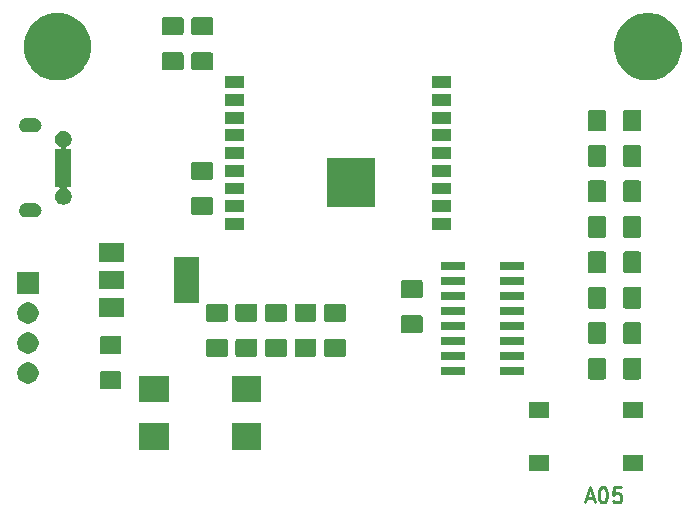
<source format=gbr>
G04 #@! TF.GenerationSoftware,KiCad,Pcbnew,(5.1.6)-1*
G04 #@! TF.CreationDate,2020-10-20T10:42:17+02:00*
G04 #@! TF.ProjectId,8Bit_WiFi_Visualizer,38426974-5f57-4694-9669-5f5669737561,A01*
G04 #@! TF.SameCoordinates,Original*
G04 #@! TF.FileFunction,Soldermask,Top*
G04 #@! TF.FilePolarity,Negative*
%FSLAX46Y46*%
G04 Gerber Fmt 4.6, Leading zero omitted, Abs format (unit mm)*
G04 Created by KiCad (PCBNEW (5.1.6)-1) date 2020-10-20 10:42:17*
%MOMM*%
%LPD*%
G01*
G04 APERTURE LIST*
%ADD10C,0.250000*%
%ADD11C,0.100000*%
G04 APERTURE END LIST*
D10*
X49761904Y-43208333D02*
X50357142Y-43208333D01*
X49642857Y-43565476D02*
X50059523Y-42315476D01*
X50476190Y-43565476D01*
X51130952Y-42315476D02*
X51250000Y-42315476D01*
X51369047Y-42375000D01*
X51428571Y-42434523D01*
X51488095Y-42553571D01*
X51547619Y-42791666D01*
X51547619Y-43089285D01*
X51488095Y-43327380D01*
X51428571Y-43446428D01*
X51369047Y-43505952D01*
X51250000Y-43565476D01*
X51130952Y-43565476D01*
X51011904Y-43505952D01*
X50952380Y-43446428D01*
X50892857Y-43327380D01*
X50833333Y-43089285D01*
X50833333Y-42791666D01*
X50892857Y-42553571D01*
X50952380Y-42434523D01*
X51011904Y-42375000D01*
X51130952Y-42315476D01*
X52678571Y-42315476D02*
X52083333Y-42315476D01*
X52023809Y-42910714D01*
X52083333Y-42851190D01*
X52202380Y-42791666D01*
X52500000Y-42791666D01*
X52619047Y-42851190D01*
X52678571Y-42910714D01*
X52738095Y-43029761D01*
X52738095Y-43327380D01*
X52678571Y-43446428D01*
X52619047Y-43505952D01*
X52500000Y-43565476D01*
X52202380Y-43565476D01*
X52083333Y-43505952D01*
X52023809Y-43446428D01*
D11*
G36*
X54551000Y-40951000D02*
G01*
X52899000Y-40951000D01*
X52899000Y-39549000D01*
X54551000Y-39549000D01*
X54551000Y-40951000D01*
G37*
G36*
X46601000Y-40951000D02*
G01*
X44949000Y-40951000D01*
X44949000Y-39549000D01*
X46601000Y-39549000D01*
X46601000Y-40951000D01*
G37*
G36*
X22251000Y-39101000D02*
G01*
X19749000Y-39101000D01*
X19749000Y-36899000D01*
X22251000Y-36899000D01*
X22251000Y-39101000D01*
G37*
G36*
X14451000Y-39101000D02*
G01*
X11949000Y-39101000D01*
X11949000Y-36899000D01*
X14451000Y-36899000D01*
X14451000Y-39101000D01*
G37*
G36*
X54551000Y-36451000D02*
G01*
X52899000Y-36451000D01*
X52899000Y-35049000D01*
X54551000Y-35049000D01*
X54551000Y-36451000D01*
G37*
G36*
X46601000Y-36451000D02*
G01*
X44949000Y-36451000D01*
X44949000Y-35049000D01*
X46601000Y-35049000D01*
X46601000Y-36451000D01*
G37*
G36*
X14451000Y-35101000D02*
G01*
X11949000Y-35101000D01*
X11949000Y-32899000D01*
X14451000Y-32899000D01*
X14451000Y-35101000D01*
G37*
G36*
X22251000Y-35101000D02*
G01*
X19749000Y-35101000D01*
X19749000Y-32899000D01*
X22251000Y-32899000D01*
X22251000Y-35101000D01*
G37*
G36*
X10275562Y-32478181D02*
G01*
X10310481Y-32488774D01*
X10342663Y-32505976D01*
X10370873Y-32529127D01*
X10394024Y-32557337D01*
X10411226Y-32589519D01*
X10421819Y-32624438D01*
X10426000Y-32666895D01*
X10426000Y-33808105D01*
X10421819Y-33850562D01*
X10411226Y-33885481D01*
X10394024Y-33917663D01*
X10370873Y-33945873D01*
X10342663Y-33969024D01*
X10310481Y-33986226D01*
X10275562Y-33996819D01*
X10233105Y-34001000D01*
X8766895Y-34001000D01*
X8724438Y-33996819D01*
X8689519Y-33986226D01*
X8657337Y-33969024D01*
X8629127Y-33945873D01*
X8605976Y-33917663D01*
X8588774Y-33885481D01*
X8578181Y-33850562D01*
X8574000Y-33808105D01*
X8574000Y-32666895D01*
X8578181Y-32624438D01*
X8588774Y-32589519D01*
X8605976Y-32557337D01*
X8629127Y-32529127D01*
X8657337Y-32505976D01*
X8689519Y-32488774D01*
X8724438Y-32478181D01*
X8766895Y-32474000D01*
X10233105Y-32474000D01*
X10275562Y-32478181D01*
G37*
G36*
X2613512Y-31723927D02*
G01*
X2762812Y-31753624D01*
X2926784Y-31821544D01*
X3074354Y-31920147D01*
X3199853Y-32045646D01*
X3298456Y-32193216D01*
X3366376Y-32357188D01*
X3401000Y-32531259D01*
X3401000Y-32708741D01*
X3366376Y-32882812D01*
X3298456Y-33046784D01*
X3199853Y-33194354D01*
X3074354Y-33319853D01*
X2926784Y-33418456D01*
X2762812Y-33486376D01*
X2613512Y-33516073D01*
X2588742Y-33521000D01*
X2411258Y-33521000D01*
X2386488Y-33516073D01*
X2237188Y-33486376D01*
X2073216Y-33418456D01*
X1925646Y-33319853D01*
X1800147Y-33194354D01*
X1701544Y-33046784D01*
X1633624Y-32882812D01*
X1599000Y-32708741D01*
X1599000Y-32531259D01*
X1633624Y-32357188D01*
X1701544Y-32193216D01*
X1800147Y-32045646D01*
X1925646Y-31920147D01*
X2073216Y-31821544D01*
X2237188Y-31753624D01*
X2386488Y-31723927D01*
X2411258Y-31719000D01*
X2588742Y-31719000D01*
X2613512Y-31723927D01*
G37*
G36*
X54280562Y-31328181D02*
G01*
X54315481Y-31338774D01*
X54347663Y-31355976D01*
X54375873Y-31379127D01*
X54399024Y-31407337D01*
X54416226Y-31439519D01*
X54426819Y-31474438D01*
X54431000Y-31516895D01*
X54431000Y-32983105D01*
X54426819Y-33025562D01*
X54416226Y-33060481D01*
X54399024Y-33092663D01*
X54375873Y-33120873D01*
X54347663Y-33144024D01*
X54315481Y-33161226D01*
X54280562Y-33171819D01*
X54238105Y-33176000D01*
X53096895Y-33176000D01*
X53054438Y-33171819D01*
X53019519Y-33161226D01*
X52987337Y-33144024D01*
X52959127Y-33120873D01*
X52935976Y-33092663D01*
X52918774Y-33060481D01*
X52908181Y-33025562D01*
X52904000Y-32983105D01*
X52904000Y-31516895D01*
X52908181Y-31474438D01*
X52918774Y-31439519D01*
X52935976Y-31407337D01*
X52959127Y-31379127D01*
X52987337Y-31355976D01*
X53019519Y-31338774D01*
X53054438Y-31328181D01*
X53096895Y-31324000D01*
X54238105Y-31324000D01*
X54280562Y-31328181D01*
G37*
G36*
X51305562Y-31328181D02*
G01*
X51340481Y-31338774D01*
X51372663Y-31355976D01*
X51400873Y-31379127D01*
X51424024Y-31407337D01*
X51441226Y-31439519D01*
X51451819Y-31474438D01*
X51456000Y-31516895D01*
X51456000Y-32983105D01*
X51451819Y-33025562D01*
X51441226Y-33060481D01*
X51424024Y-33092663D01*
X51400873Y-33120873D01*
X51372663Y-33144024D01*
X51340481Y-33161226D01*
X51305562Y-33171819D01*
X51263105Y-33176000D01*
X50121895Y-33176000D01*
X50079438Y-33171819D01*
X50044519Y-33161226D01*
X50012337Y-33144024D01*
X49984127Y-33120873D01*
X49960976Y-33092663D01*
X49943774Y-33060481D01*
X49933181Y-33025562D01*
X49929000Y-32983105D01*
X49929000Y-31516895D01*
X49933181Y-31474438D01*
X49943774Y-31439519D01*
X49960976Y-31407337D01*
X49984127Y-31379127D01*
X50012337Y-31355976D01*
X50044519Y-31338774D01*
X50079438Y-31328181D01*
X50121895Y-31324000D01*
X51263105Y-31324000D01*
X51305562Y-31328181D01*
G37*
G36*
X39459928Y-32096764D02*
G01*
X39481009Y-32103160D01*
X39500445Y-32113548D01*
X39517476Y-32127524D01*
X39531452Y-32144555D01*
X39541840Y-32163991D01*
X39548236Y-32185072D01*
X39551000Y-32213140D01*
X39551000Y-32676860D01*
X39548236Y-32704928D01*
X39541840Y-32726009D01*
X39531452Y-32745445D01*
X39517476Y-32762476D01*
X39500445Y-32776452D01*
X39481009Y-32786840D01*
X39459928Y-32793236D01*
X39431860Y-32796000D01*
X37618140Y-32796000D01*
X37590072Y-32793236D01*
X37568991Y-32786840D01*
X37549555Y-32776452D01*
X37532524Y-32762476D01*
X37518548Y-32745445D01*
X37508160Y-32726009D01*
X37501764Y-32704928D01*
X37499000Y-32676860D01*
X37499000Y-32213140D01*
X37501764Y-32185072D01*
X37508160Y-32163991D01*
X37518548Y-32144555D01*
X37532524Y-32127524D01*
X37549555Y-32113548D01*
X37568991Y-32103160D01*
X37590072Y-32096764D01*
X37618140Y-32094000D01*
X39431860Y-32094000D01*
X39459928Y-32096764D01*
G37*
G36*
X44409928Y-32096764D02*
G01*
X44431009Y-32103160D01*
X44450445Y-32113548D01*
X44467476Y-32127524D01*
X44481452Y-32144555D01*
X44491840Y-32163991D01*
X44498236Y-32185072D01*
X44501000Y-32213140D01*
X44501000Y-32676860D01*
X44498236Y-32704928D01*
X44491840Y-32726009D01*
X44481452Y-32745445D01*
X44467476Y-32762476D01*
X44450445Y-32776452D01*
X44431009Y-32786840D01*
X44409928Y-32793236D01*
X44381860Y-32796000D01*
X42568140Y-32796000D01*
X42540072Y-32793236D01*
X42518991Y-32786840D01*
X42499555Y-32776452D01*
X42482524Y-32762476D01*
X42468548Y-32745445D01*
X42458160Y-32726009D01*
X42451764Y-32704928D01*
X42449000Y-32676860D01*
X42449000Y-32213140D01*
X42451764Y-32185072D01*
X42458160Y-32163991D01*
X42468548Y-32144555D01*
X42482524Y-32127524D01*
X42499555Y-32113548D01*
X42518991Y-32103160D01*
X42540072Y-32096764D01*
X42568140Y-32094000D01*
X44381860Y-32094000D01*
X44409928Y-32096764D01*
G37*
G36*
X44409928Y-30826764D02*
G01*
X44431009Y-30833160D01*
X44450445Y-30843548D01*
X44467476Y-30857524D01*
X44481452Y-30874555D01*
X44491840Y-30893991D01*
X44498236Y-30915072D01*
X44501000Y-30943140D01*
X44501000Y-31406860D01*
X44498236Y-31434928D01*
X44491840Y-31456009D01*
X44481452Y-31475445D01*
X44467476Y-31492476D01*
X44450445Y-31506452D01*
X44431009Y-31516840D01*
X44409928Y-31523236D01*
X44381860Y-31526000D01*
X42568140Y-31526000D01*
X42540072Y-31523236D01*
X42518991Y-31516840D01*
X42499555Y-31506452D01*
X42482524Y-31492476D01*
X42468548Y-31475445D01*
X42458160Y-31456009D01*
X42451764Y-31434928D01*
X42449000Y-31406860D01*
X42449000Y-30943140D01*
X42451764Y-30915072D01*
X42458160Y-30893991D01*
X42468548Y-30874555D01*
X42482524Y-30857524D01*
X42499555Y-30843548D01*
X42518991Y-30833160D01*
X42540072Y-30826764D01*
X42568140Y-30824000D01*
X44381860Y-30824000D01*
X44409928Y-30826764D01*
G37*
G36*
X39459928Y-30826764D02*
G01*
X39481009Y-30833160D01*
X39500445Y-30843548D01*
X39517476Y-30857524D01*
X39531452Y-30874555D01*
X39541840Y-30893991D01*
X39548236Y-30915072D01*
X39551000Y-30943140D01*
X39551000Y-31406860D01*
X39548236Y-31434928D01*
X39541840Y-31456009D01*
X39531452Y-31475445D01*
X39517476Y-31492476D01*
X39500445Y-31506452D01*
X39481009Y-31516840D01*
X39459928Y-31523236D01*
X39431860Y-31526000D01*
X37618140Y-31526000D01*
X37590072Y-31523236D01*
X37568991Y-31516840D01*
X37549555Y-31506452D01*
X37532524Y-31492476D01*
X37518548Y-31475445D01*
X37508160Y-31456009D01*
X37501764Y-31434928D01*
X37499000Y-31406860D01*
X37499000Y-30943140D01*
X37501764Y-30915072D01*
X37508160Y-30893991D01*
X37518548Y-30874555D01*
X37532524Y-30857524D01*
X37549555Y-30843548D01*
X37568991Y-30833160D01*
X37590072Y-30826764D01*
X37618140Y-30824000D01*
X39431860Y-30824000D01*
X39459928Y-30826764D01*
G37*
G36*
X19275562Y-29728181D02*
G01*
X19310481Y-29738774D01*
X19342663Y-29755976D01*
X19370873Y-29779127D01*
X19394024Y-29807337D01*
X19411226Y-29839519D01*
X19421819Y-29874438D01*
X19426000Y-29916895D01*
X19426000Y-31058105D01*
X19421819Y-31100562D01*
X19411226Y-31135481D01*
X19394024Y-31167663D01*
X19370873Y-31195873D01*
X19342663Y-31219024D01*
X19310481Y-31236226D01*
X19275562Y-31246819D01*
X19233105Y-31251000D01*
X17766895Y-31251000D01*
X17724438Y-31246819D01*
X17689519Y-31236226D01*
X17657337Y-31219024D01*
X17629127Y-31195873D01*
X17605976Y-31167663D01*
X17588774Y-31135481D01*
X17578181Y-31100562D01*
X17574000Y-31058105D01*
X17574000Y-29916895D01*
X17578181Y-29874438D01*
X17588774Y-29839519D01*
X17605976Y-29807337D01*
X17629127Y-29779127D01*
X17657337Y-29755976D01*
X17689519Y-29738774D01*
X17724438Y-29728181D01*
X17766895Y-29724000D01*
X19233105Y-29724000D01*
X19275562Y-29728181D01*
G37*
G36*
X29275562Y-29728181D02*
G01*
X29310481Y-29738774D01*
X29342663Y-29755976D01*
X29370873Y-29779127D01*
X29394024Y-29807337D01*
X29411226Y-29839519D01*
X29421819Y-29874438D01*
X29426000Y-29916895D01*
X29426000Y-31058105D01*
X29421819Y-31100562D01*
X29411226Y-31135481D01*
X29394024Y-31167663D01*
X29370873Y-31195873D01*
X29342663Y-31219024D01*
X29310481Y-31236226D01*
X29275562Y-31246819D01*
X29233105Y-31251000D01*
X27766895Y-31251000D01*
X27724438Y-31246819D01*
X27689519Y-31236226D01*
X27657337Y-31219024D01*
X27629127Y-31195873D01*
X27605976Y-31167663D01*
X27588774Y-31135481D01*
X27578181Y-31100562D01*
X27574000Y-31058105D01*
X27574000Y-29916895D01*
X27578181Y-29874438D01*
X27588774Y-29839519D01*
X27605976Y-29807337D01*
X27629127Y-29779127D01*
X27657337Y-29755976D01*
X27689519Y-29738774D01*
X27724438Y-29728181D01*
X27766895Y-29724000D01*
X29233105Y-29724000D01*
X29275562Y-29728181D01*
G37*
G36*
X26775562Y-29728181D02*
G01*
X26810481Y-29738774D01*
X26842663Y-29755976D01*
X26870873Y-29779127D01*
X26894024Y-29807337D01*
X26911226Y-29839519D01*
X26921819Y-29874438D01*
X26926000Y-29916895D01*
X26926000Y-31058105D01*
X26921819Y-31100562D01*
X26911226Y-31135481D01*
X26894024Y-31167663D01*
X26870873Y-31195873D01*
X26842663Y-31219024D01*
X26810481Y-31236226D01*
X26775562Y-31246819D01*
X26733105Y-31251000D01*
X25266895Y-31251000D01*
X25224438Y-31246819D01*
X25189519Y-31236226D01*
X25157337Y-31219024D01*
X25129127Y-31195873D01*
X25105976Y-31167663D01*
X25088774Y-31135481D01*
X25078181Y-31100562D01*
X25074000Y-31058105D01*
X25074000Y-29916895D01*
X25078181Y-29874438D01*
X25088774Y-29839519D01*
X25105976Y-29807337D01*
X25129127Y-29779127D01*
X25157337Y-29755976D01*
X25189519Y-29738774D01*
X25224438Y-29728181D01*
X25266895Y-29724000D01*
X26733105Y-29724000D01*
X26775562Y-29728181D01*
G37*
G36*
X24275562Y-29728181D02*
G01*
X24310481Y-29738774D01*
X24342663Y-29755976D01*
X24370873Y-29779127D01*
X24394024Y-29807337D01*
X24411226Y-29839519D01*
X24421819Y-29874438D01*
X24426000Y-29916895D01*
X24426000Y-31058105D01*
X24421819Y-31100562D01*
X24411226Y-31135481D01*
X24394024Y-31167663D01*
X24370873Y-31195873D01*
X24342663Y-31219024D01*
X24310481Y-31236226D01*
X24275562Y-31246819D01*
X24233105Y-31251000D01*
X22766895Y-31251000D01*
X22724438Y-31246819D01*
X22689519Y-31236226D01*
X22657337Y-31219024D01*
X22629127Y-31195873D01*
X22605976Y-31167663D01*
X22588774Y-31135481D01*
X22578181Y-31100562D01*
X22574000Y-31058105D01*
X22574000Y-29916895D01*
X22578181Y-29874438D01*
X22588774Y-29839519D01*
X22605976Y-29807337D01*
X22629127Y-29779127D01*
X22657337Y-29755976D01*
X22689519Y-29738774D01*
X22724438Y-29728181D01*
X22766895Y-29724000D01*
X24233105Y-29724000D01*
X24275562Y-29728181D01*
G37*
G36*
X21775562Y-29728181D02*
G01*
X21810481Y-29738774D01*
X21842663Y-29755976D01*
X21870873Y-29779127D01*
X21894024Y-29807337D01*
X21911226Y-29839519D01*
X21921819Y-29874438D01*
X21926000Y-29916895D01*
X21926000Y-31058105D01*
X21921819Y-31100562D01*
X21911226Y-31135481D01*
X21894024Y-31167663D01*
X21870873Y-31195873D01*
X21842663Y-31219024D01*
X21810481Y-31236226D01*
X21775562Y-31246819D01*
X21733105Y-31251000D01*
X20266895Y-31251000D01*
X20224438Y-31246819D01*
X20189519Y-31236226D01*
X20157337Y-31219024D01*
X20129127Y-31195873D01*
X20105976Y-31167663D01*
X20088774Y-31135481D01*
X20078181Y-31100562D01*
X20074000Y-31058105D01*
X20074000Y-29916895D01*
X20078181Y-29874438D01*
X20088774Y-29839519D01*
X20105976Y-29807337D01*
X20129127Y-29779127D01*
X20157337Y-29755976D01*
X20189519Y-29738774D01*
X20224438Y-29728181D01*
X20266895Y-29724000D01*
X21733105Y-29724000D01*
X21775562Y-29728181D01*
G37*
G36*
X10275562Y-29503181D02*
G01*
X10310481Y-29513774D01*
X10342663Y-29530976D01*
X10370873Y-29554127D01*
X10394024Y-29582337D01*
X10411226Y-29614519D01*
X10421819Y-29649438D01*
X10426000Y-29691895D01*
X10426000Y-30833105D01*
X10421819Y-30875562D01*
X10411226Y-30910481D01*
X10394024Y-30942663D01*
X10370873Y-30970873D01*
X10342663Y-30994024D01*
X10310481Y-31011226D01*
X10275562Y-31021819D01*
X10233105Y-31026000D01*
X8766895Y-31026000D01*
X8724438Y-31021819D01*
X8689519Y-31011226D01*
X8657337Y-30994024D01*
X8629127Y-30970873D01*
X8605976Y-30942663D01*
X8588774Y-30910481D01*
X8578181Y-30875562D01*
X8574000Y-30833105D01*
X8574000Y-29691895D01*
X8578181Y-29649438D01*
X8588774Y-29614519D01*
X8605976Y-29582337D01*
X8629127Y-29554127D01*
X8657337Y-29530976D01*
X8689519Y-29513774D01*
X8724438Y-29503181D01*
X8766895Y-29499000D01*
X10233105Y-29499000D01*
X10275562Y-29503181D01*
G37*
G36*
X2613512Y-29183927D02*
G01*
X2762812Y-29213624D01*
X2926784Y-29281544D01*
X3074354Y-29380147D01*
X3199853Y-29505646D01*
X3298456Y-29653216D01*
X3366376Y-29817188D01*
X3401000Y-29991259D01*
X3401000Y-30168741D01*
X3366376Y-30342812D01*
X3298456Y-30506784D01*
X3199853Y-30654354D01*
X3074354Y-30779853D01*
X2926784Y-30878456D01*
X2762812Y-30946376D01*
X2613512Y-30976073D01*
X2588742Y-30981000D01*
X2411258Y-30981000D01*
X2386488Y-30976073D01*
X2237188Y-30946376D01*
X2073216Y-30878456D01*
X1925646Y-30779853D01*
X1800147Y-30654354D01*
X1701544Y-30506784D01*
X1633624Y-30342812D01*
X1599000Y-30168741D01*
X1599000Y-29991259D01*
X1633624Y-29817188D01*
X1701544Y-29653216D01*
X1800147Y-29505646D01*
X1925646Y-29380147D01*
X2073216Y-29281544D01*
X2237188Y-29213624D01*
X2386488Y-29183927D01*
X2411258Y-29179000D01*
X2588742Y-29179000D01*
X2613512Y-29183927D01*
G37*
G36*
X44409928Y-29556764D02*
G01*
X44431009Y-29563160D01*
X44450445Y-29573548D01*
X44467476Y-29587524D01*
X44481452Y-29604555D01*
X44491840Y-29623991D01*
X44498236Y-29645072D01*
X44501000Y-29673140D01*
X44501000Y-30136860D01*
X44498236Y-30164928D01*
X44491840Y-30186009D01*
X44481452Y-30205445D01*
X44467476Y-30222476D01*
X44450445Y-30236452D01*
X44431009Y-30246840D01*
X44409928Y-30253236D01*
X44381860Y-30256000D01*
X42568140Y-30256000D01*
X42540072Y-30253236D01*
X42518991Y-30246840D01*
X42499555Y-30236452D01*
X42482524Y-30222476D01*
X42468548Y-30205445D01*
X42458160Y-30186009D01*
X42451764Y-30164928D01*
X42449000Y-30136860D01*
X42449000Y-29673140D01*
X42451764Y-29645072D01*
X42458160Y-29623991D01*
X42468548Y-29604555D01*
X42482524Y-29587524D01*
X42499555Y-29573548D01*
X42518991Y-29563160D01*
X42540072Y-29556764D01*
X42568140Y-29554000D01*
X44381860Y-29554000D01*
X44409928Y-29556764D01*
G37*
G36*
X39459928Y-29556764D02*
G01*
X39481009Y-29563160D01*
X39500445Y-29573548D01*
X39517476Y-29587524D01*
X39531452Y-29604555D01*
X39541840Y-29623991D01*
X39548236Y-29645072D01*
X39551000Y-29673140D01*
X39551000Y-30136860D01*
X39548236Y-30164928D01*
X39541840Y-30186009D01*
X39531452Y-30205445D01*
X39517476Y-30222476D01*
X39500445Y-30236452D01*
X39481009Y-30246840D01*
X39459928Y-30253236D01*
X39431860Y-30256000D01*
X37618140Y-30256000D01*
X37590072Y-30253236D01*
X37568991Y-30246840D01*
X37549555Y-30236452D01*
X37532524Y-30222476D01*
X37518548Y-30205445D01*
X37508160Y-30186009D01*
X37501764Y-30164928D01*
X37499000Y-30136860D01*
X37499000Y-29673140D01*
X37501764Y-29645072D01*
X37508160Y-29623991D01*
X37518548Y-29604555D01*
X37532524Y-29587524D01*
X37549555Y-29573548D01*
X37568991Y-29563160D01*
X37590072Y-29556764D01*
X37618140Y-29554000D01*
X39431860Y-29554000D01*
X39459928Y-29556764D01*
G37*
G36*
X51305562Y-28328181D02*
G01*
X51340481Y-28338774D01*
X51372663Y-28355976D01*
X51400873Y-28379127D01*
X51424024Y-28407337D01*
X51441226Y-28439519D01*
X51451819Y-28474438D01*
X51456000Y-28516895D01*
X51456000Y-29983105D01*
X51451819Y-30025562D01*
X51441226Y-30060481D01*
X51424024Y-30092663D01*
X51400873Y-30120873D01*
X51372663Y-30144024D01*
X51340481Y-30161226D01*
X51305562Y-30171819D01*
X51263105Y-30176000D01*
X50121895Y-30176000D01*
X50079438Y-30171819D01*
X50044519Y-30161226D01*
X50012337Y-30144024D01*
X49984127Y-30120873D01*
X49960976Y-30092663D01*
X49943774Y-30060481D01*
X49933181Y-30025562D01*
X49929000Y-29983105D01*
X49929000Y-28516895D01*
X49933181Y-28474438D01*
X49943774Y-28439519D01*
X49960976Y-28407337D01*
X49984127Y-28379127D01*
X50012337Y-28355976D01*
X50044519Y-28338774D01*
X50079438Y-28328181D01*
X50121895Y-28324000D01*
X51263105Y-28324000D01*
X51305562Y-28328181D01*
G37*
G36*
X54280562Y-28328181D02*
G01*
X54315481Y-28338774D01*
X54347663Y-28355976D01*
X54375873Y-28379127D01*
X54399024Y-28407337D01*
X54416226Y-28439519D01*
X54426819Y-28474438D01*
X54431000Y-28516895D01*
X54431000Y-29983105D01*
X54426819Y-30025562D01*
X54416226Y-30060481D01*
X54399024Y-30092663D01*
X54375873Y-30120873D01*
X54347663Y-30144024D01*
X54315481Y-30161226D01*
X54280562Y-30171819D01*
X54238105Y-30176000D01*
X53096895Y-30176000D01*
X53054438Y-30171819D01*
X53019519Y-30161226D01*
X52987337Y-30144024D01*
X52959127Y-30120873D01*
X52935976Y-30092663D01*
X52918774Y-30060481D01*
X52908181Y-30025562D01*
X52904000Y-29983105D01*
X52904000Y-28516895D01*
X52908181Y-28474438D01*
X52918774Y-28439519D01*
X52935976Y-28407337D01*
X52959127Y-28379127D01*
X52987337Y-28355976D01*
X53019519Y-28338774D01*
X53054438Y-28328181D01*
X53096895Y-28324000D01*
X54238105Y-28324000D01*
X54280562Y-28328181D01*
G37*
G36*
X35775562Y-27728181D02*
G01*
X35810481Y-27738774D01*
X35842663Y-27755976D01*
X35870873Y-27779127D01*
X35894024Y-27807337D01*
X35911226Y-27839519D01*
X35921819Y-27874438D01*
X35926000Y-27916895D01*
X35926000Y-29058105D01*
X35921819Y-29100562D01*
X35911226Y-29135481D01*
X35894024Y-29167663D01*
X35870873Y-29195873D01*
X35842663Y-29219024D01*
X35810481Y-29236226D01*
X35775562Y-29246819D01*
X35733105Y-29251000D01*
X34266895Y-29251000D01*
X34224438Y-29246819D01*
X34189519Y-29236226D01*
X34157337Y-29219024D01*
X34129127Y-29195873D01*
X34105976Y-29167663D01*
X34088774Y-29135481D01*
X34078181Y-29100562D01*
X34074000Y-29058105D01*
X34074000Y-27916895D01*
X34078181Y-27874438D01*
X34088774Y-27839519D01*
X34105976Y-27807337D01*
X34129127Y-27779127D01*
X34157337Y-27755976D01*
X34189519Y-27738774D01*
X34224438Y-27728181D01*
X34266895Y-27724000D01*
X35733105Y-27724000D01*
X35775562Y-27728181D01*
G37*
G36*
X44409928Y-28286764D02*
G01*
X44431009Y-28293160D01*
X44450445Y-28303548D01*
X44467476Y-28317524D01*
X44481452Y-28334555D01*
X44491840Y-28353991D01*
X44498236Y-28375072D01*
X44501000Y-28403140D01*
X44501000Y-28866860D01*
X44498236Y-28894928D01*
X44491840Y-28916009D01*
X44481452Y-28935445D01*
X44467476Y-28952476D01*
X44450445Y-28966452D01*
X44431009Y-28976840D01*
X44409928Y-28983236D01*
X44381860Y-28986000D01*
X42568140Y-28986000D01*
X42540072Y-28983236D01*
X42518991Y-28976840D01*
X42499555Y-28966452D01*
X42482524Y-28952476D01*
X42468548Y-28935445D01*
X42458160Y-28916009D01*
X42451764Y-28894928D01*
X42449000Y-28866860D01*
X42449000Y-28403140D01*
X42451764Y-28375072D01*
X42458160Y-28353991D01*
X42468548Y-28334555D01*
X42482524Y-28317524D01*
X42499555Y-28303548D01*
X42518991Y-28293160D01*
X42540072Y-28286764D01*
X42568140Y-28284000D01*
X44381860Y-28284000D01*
X44409928Y-28286764D01*
G37*
G36*
X39459928Y-28286764D02*
G01*
X39481009Y-28293160D01*
X39500445Y-28303548D01*
X39517476Y-28317524D01*
X39531452Y-28334555D01*
X39541840Y-28353991D01*
X39548236Y-28375072D01*
X39551000Y-28403140D01*
X39551000Y-28866860D01*
X39548236Y-28894928D01*
X39541840Y-28916009D01*
X39531452Y-28935445D01*
X39517476Y-28952476D01*
X39500445Y-28966452D01*
X39481009Y-28976840D01*
X39459928Y-28983236D01*
X39431860Y-28986000D01*
X37618140Y-28986000D01*
X37590072Y-28983236D01*
X37568991Y-28976840D01*
X37549555Y-28966452D01*
X37532524Y-28952476D01*
X37518548Y-28935445D01*
X37508160Y-28916009D01*
X37501764Y-28894928D01*
X37499000Y-28866860D01*
X37499000Y-28403140D01*
X37501764Y-28375072D01*
X37508160Y-28353991D01*
X37518548Y-28334555D01*
X37532524Y-28317524D01*
X37549555Y-28303548D01*
X37568991Y-28293160D01*
X37590072Y-28286764D01*
X37618140Y-28284000D01*
X39431860Y-28284000D01*
X39459928Y-28286764D01*
G37*
G36*
X2613512Y-26643927D02*
G01*
X2762812Y-26673624D01*
X2926784Y-26741544D01*
X3074354Y-26840147D01*
X3199853Y-26965646D01*
X3298456Y-27113216D01*
X3366376Y-27277188D01*
X3401000Y-27451259D01*
X3401000Y-27628741D01*
X3366376Y-27802812D01*
X3298456Y-27966784D01*
X3199853Y-28114354D01*
X3074354Y-28239853D01*
X2926784Y-28338456D01*
X2762812Y-28406376D01*
X2613512Y-28436073D01*
X2588742Y-28441000D01*
X2411258Y-28441000D01*
X2386488Y-28436073D01*
X2237188Y-28406376D01*
X2073216Y-28338456D01*
X1925646Y-28239853D01*
X1800147Y-28114354D01*
X1701544Y-27966784D01*
X1633624Y-27802812D01*
X1599000Y-27628741D01*
X1599000Y-27451259D01*
X1633624Y-27277188D01*
X1701544Y-27113216D01*
X1800147Y-26965646D01*
X1925646Y-26840147D01*
X2073216Y-26741544D01*
X2237188Y-26673624D01*
X2386488Y-26643927D01*
X2411258Y-26639000D01*
X2588742Y-26639000D01*
X2613512Y-26643927D01*
G37*
G36*
X24275562Y-26753181D02*
G01*
X24310481Y-26763774D01*
X24342663Y-26780976D01*
X24370873Y-26804127D01*
X24394024Y-26832337D01*
X24411226Y-26864519D01*
X24421819Y-26899438D01*
X24426000Y-26941895D01*
X24426000Y-28083105D01*
X24421819Y-28125562D01*
X24411226Y-28160481D01*
X24394024Y-28192663D01*
X24370873Y-28220873D01*
X24342663Y-28244024D01*
X24310481Y-28261226D01*
X24275562Y-28271819D01*
X24233105Y-28276000D01*
X22766895Y-28276000D01*
X22724438Y-28271819D01*
X22689519Y-28261226D01*
X22657337Y-28244024D01*
X22629127Y-28220873D01*
X22605976Y-28192663D01*
X22588774Y-28160481D01*
X22578181Y-28125562D01*
X22574000Y-28083105D01*
X22574000Y-26941895D01*
X22578181Y-26899438D01*
X22588774Y-26864519D01*
X22605976Y-26832337D01*
X22629127Y-26804127D01*
X22657337Y-26780976D01*
X22689519Y-26763774D01*
X22724438Y-26753181D01*
X22766895Y-26749000D01*
X24233105Y-26749000D01*
X24275562Y-26753181D01*
G37*
G36*
X29275562Y-26753181D02*
G01*
X29310481Y-26763774D01*
X29342663Y-26780976D01*
X29370873Y-26804127D01*
X29394024Y-26832337D01*
X29411226Y-26864519D01*
X29421819Y-26899438D01*
X29426000Y-26941895D01*
X29426000Y-28083105D01*
X29421819Y-28125562D01*
X29411226Y-28160481D01*
X29394024Y-28192663D01*
X29370873Y-28220873D01*
X29342663Y-28244024D01*
X29310481Y-28261226D01*
X29275562Y-28271819D01*
X29233105Y-28276000D01*
X27766895Y-28276000D01*
X27724438Y-28271819D01*
X27689519Y-28261226D01*
X27657337Y-28244024D01*
X27629127Y-28220873D01*
X27605976Y-28192663D01*
X27588774Y-28160481D01*
X27578181Y-28125562D01*
X27574000Y-28083105D01*
X27574000Y-26941895D01*
X27578181Y-26899438D01*
X27588774Y-26864519D01*
X27605976Y-26832337D01*
X27629127Y-26804127D01*
X27657337Y-26780976D01*
X27689519Y-26763774D01*
X27724438Y-26753181D01*
X27766895Y-26749000D01*
X29233105Y-26749000D01*
X29275562Y-26753181D01*
G37*
G36*
X26775562Y-26753181D02*
G01*
X26810481Y-26763774D01*
X26842663Y-26780976D01*
X26870873Y-26804127D01*
X26894024Y-26832337D01*
X26911226Y-26864519D01*
X26921819Y-26899438D01*
X26926000Y-26941895D01*
X26926000Y-28083105D01*
X26921819Y-28125562D01*
X26911226Y-28160481D01*
X26894024Y-28192663D01*
X26870873Y-28220873D01*
X26842663Y-28244024D01*
X26810481Y-28261226D01*
X26775562Y-28271819D01*
X26733105Y-28276000D01*
X25266895Y-28276000D01*
X25224438Y-28271819D01*
X25189519Y-28261226D01*
X25157337Y-28244024D01*
X25129127Y-28220873D01*
X25105976Y-28192663D01*
X25088774Y-28160481D01*
X25078181Y-28125562D01*
X25074000Y-28083105D01*
X25074000Y-26941895D01*
X25078181Y-26899438D01*
X25088774Y-26864519D01*
X25105976Y-26832337D01*
X25129127Y-26804127D01*
X25157337Y-26780976D01*
X25189519Y-26763774D01*
X25224438Y-26753181D01*
X25266895Y-26749000D01*
X26733105Y-26749000D01*
X26775562Y-26753181D01*
G37*
G36*
X21775562Y-26753181D02*
G01*
X21810481Y-26763774D01*
X21842663Y-26780976D01*
X21870873Y-26804127D01*
X21894024Y-26832337D01*
X21911226Y-26864519D01*
X21921819Y-26899438D01*
X21926000Y-26941895D01*
X21926000Y-28083105D01*
X21921819Y-28125562D01*
X21911226Y-28160481D01*
X21894024Y-28192663D01*
X21870873Y-28220873D01*
X21842663Y-28244024D01*
X21810481Y-28261226D01*
X21775562Y-28271819D01*
X21733105Y-28276000D01*
X20266895Y-28276000D01*
X20224438Y-28271819D01*
X20189519Y-28261226D01*
X20157337Y-28244024D01*
X20129127Y-28220873D01*
X20105976Y-28192663D01*
X20088774Y-28160481D01*
X20078181Y-28125562D01*
X20074000Y-28083105D01*
X20074000Y-26941895D01*
X20078181Y-26899438D01*
X20088774Y-26864519D01*
X20105976Y-26832337D01*
X20129127Y-26804127D01*
X20157337Y-26780976D01*
X20189519Y-26763774D01*
X20224438Y-26753181D01*
X20266895Y-26749000D01*
X21733105Y-26749000D01*
X21775562Y-26753181D01*
G37*
G36*
X19275562Y-26753181D02*
G01*
X19310481Y-26763774D01*
X19342663Y-26780976D01*
X19370873Y-26804127D01*
X19394024Y-26832337D01*
X19411226Y-26864519D01*
X19421819Y-26899438D01*
X19426000Y-26941895D01*
X19426000Y-28083105D01*
X19421819Y-28125562D01*
X19411226Y-28160481D01*
X19394024Y-28192663D01*
X19370873Y-28220873D01*
X19342663Y-28244024D01*
X19310481Y-28261226D01*
X19275562Y-28271819D01*
X19233105Y-28276000D01*
X17766895Y-28276000D01*
X17724438Y-28271819D01*
X17689519Y-28261226D01*
X17657337Y-28244024D01*
X17629127Y-28220873D01*
X17605976Y-28192663D01*
X17588774Y-28160481D01*
X17578181Y-28125562D01*
X17574000Y-28083105D01*
X17574000Y-26941895D01*
X17578181Y-26899438D01*
X17588774Y-26864519D01*
X17605976Y-26832337D01*
X17629127Y-26804127D01*
X17657337Y-26780976D01*
X17689519Y-26763774D01*
X17724438Y-26753181D01*
X17766895Y-26749000D01*
X19233105Y-26749000D01*
X19275562Y-26753181D01*
G37*
G36*
X10651000Y-27851000D02*
G01*
X8549000Y-27851000D01*
X8549000Y-26249000D01*
X10651000Y-26249000D01*
X10651000Y-27851000D01*
G37*
G36*
X44409928Y-27016764D02*
G01*
X44431009Y-27023160D01*
X44450445Y-27033548D01*
X44467476Y-27047524D01*
X44481452Y-27064555D01*
X44491840Y-27083991D01*
X44498236Y-27105072D01*
X44501000Y-27133140D01*
X44501000Y-27596860D01*
X44498236Y-27624928D01*
X44491840Y-27646009D01*
X44481452Y-27665445D01*
X44467476Y-27682476D01*
X44450445Y-27696452D01*
X44431009Y-27706840D01*
X44409928Y-27713236D01*
X44381860Y-27716000D01*
X42568140Y-27716000D01*
X42540072Y-27713236D01*
X42518991Y-27706840D01*
X42499555Y-27696452D01*
X42482524Y-27682476D01*
X42468548Y-27665445D01*
X42458160Y-27646009D01*
X42451764Y-27624928D01*
X42449000Y-27596860D01*
X42449000Y-27133140D01*
X42451764Y-27105072D01*
X42458160Y-27083991D01*
X42468548Y-27064555D01*
X42482524Y-27047524D01*
X42499555Y-27033548D01*
X42518991Y-27023160D01*
X42540072Y-27016764D01*
X42568140Y-27014000D01*
X44381860Y-27014000D01*
X44409928Y-27016764D01*
G37*
G36*
X39459928Y-27016764D02*
G01*
X39481009Y-27023160D01*
X39500445Y-27033548D01*
X39517476Y-27047524D01*
X39531452Y-27064555D01*
X39541840Y-27083991D01*
X39548236Y-27105072D01*
X39551000Y-27133140D01*
X39551000Y-27596860D01*
X39548236Y-27624928D01*
X39541840Y-27646009D01*
X39531452Y-27665445D01*
X39517476Y-27682476D01*
X39500445Y-27696452D01*
X39481009Y-27706840D01*
X39459928Y-27713236D01*
X39431860Y-27716000D01*
X37618140Y-27716000D01*
X37590072Y-27713236D01*
X37568991Y-27706840D01*
X37549555Y-27696452D01*
X37532524Y-27682476D01*
X37518548Y-27665445D01*
X37508160Y-27646009D01*
X37501764Y-27624928D01*
X37499000Y-27596860D01*
X37499000Y-27133140D01*
X37501764Y-27105072D01*
X37508160Y-27083991D01*
X37518548Y-27064555D01*
X37532524Y-27047524D01*
X37549555Y-27033548D01*
X37568991Y-27023160D01*
X37590072Y-27016764D01*
X37618140Y-27014000D01*
X39431860Y-27014000D01*
X39459928Y-27016764D01*
G37*
G36*
X54280562Y-25328181D02*
G01*
X54315481Y-25338774D01*
X54347663Y-25355976D01*
X54375873Y-25379127D01*
X54399024Y-25407337D01*
X54416226Y-25439519D01*
X54426819Y-25474438D01*
X54431000Y-25516895D01*
X54431000Y-26983105D01*
X54426819Y-27025562D01*
X54416226Y-27060481D01*
X54399024Y-27092663D01*
X54375873Y-27120873D01*
X54347663Y-27144024D01*
X54315481Y-27161226D01*
X54280562Y-27171819D01*
X54238105Y-27176000D01*
X53096895Y-27176000D01*
X53054438Y-27171819D01*
X53019519Y-27161226D01*
X52987337Y-27144024D01*
X52959127Y-27120873D01*
X52935976Y-27092663D01*
X52918774Y-27060481D01*
X52908181Y-27025562D01*
X52904000Y-26983105D01*
X52904000Y-25516895D01*
X52908181Y-25474438D01*
X52918774Y-25439519D01*
X52935976Y-25407337D01*
X52959127Y-25379127D01*
X52987337Y-25355976D01*
X53019519Y-25338774D01*
X53054438Y-25328181D01*
X53096895Y-25324000D01*
X54238105Y-25324000D01*
X54280562Y-25328181D01*
G37*
G36*
X51305562Y-25328181D02*
G01*
X51340481Y-25338774D01*
X51372663Y-25355976D01*
X51400873Y-25379127D01*
X51424024Y-25407337D01*
X51441226Y-25439519D01*
X51451819Y-25474438D01*
X51456000Y-25516895D01*
X51456000Y-26983105D01*
X51451819Y-27025562D01*
X51441226Y-27060481D01*
X51424024Y-27092663D01*
X51400873Y-27120873D01*
X51372663Y-27144024D01*
X51340481Y-27161226D01*
X51305562Y-27171819D01*
X51263105Y-27176000D01*
X50121895Y-27176000D01*
X50079438Y-27171819D01*
X50044519Y-27161226D01*
X50012337Y-27144024D01*
X49984127Y-27120873D01*
X49960976Y-27092663D01*
X49943774Y-27060481D01*
X49933181Y-27025562D01*
X49929000Y-26983105D01*
X49929000Y-25516895D01*
X49933181Y-25474438D01*
X49943774Y-25439519D01*
X49960976Y-25407337D01*
X49984127Y-25379127D01*
X50012337Y-25355976D01*
X50044519Y-25338774D01*
X50079438Y-25328181D01*
X50121895Y-25324000D01*
X51263105Y-25324000D01*
X51305562Y-25328181D01*
G37*
G36*
X16951000Y-26701000D02*
G01*
X14849000Y-26701000D01*
X14849000Y-22799000D01*
X16951000Y-22799000D01*
X16951000Y-26701000D01*
G37*
G36*
X44409928Y-25746764D02*
G01*
X44431009Y-25753160D01*
X44450445Y-25763548D01*
X44467476Y-25777524D01*
X44481452Y-25794555D01*
X44491840Y-25813991D01*
X44498236Y-25835072D01*
X44501000Y-25863140D01*
X44501000Y-26326860D01*
X44498236Y-26354928D01*
X44491840Y-26376009D01*
X44481452Y-26395445D01*
X44467476Y-26412476D01*
X44450445Y-26426452D01*
X44431009Y-26436840D01*
X44409928Y-26443236D01*
X44381860Y-26446000D01*
X42568140Y-26446000D01*
X42540072Y-26443236D01*
X42518991Y-26436840D01*
X42499555Y-26426452D01*
X42482524Y-26412476D01*
X42468548Y-26395445D01*
X42458160Y-26376009D01*
X42451764Y-26354928D01*
X42449000Y-26326860D01*
X42449000Y-25863140D01*
X42451764Y-25835072D01*
X42458160Y-25813991D01*
X42468548Y-25794555D01*
X42482524Y-25777524D01*
X42499555Y-25763548D01*
X42518991Y-25753160D01*
X42540072Y-25746764D01*
X42568140Y-25744000D01*
X44381860Y-25744000D01*
X44409928Y-25746764D01*
G37*
G36*
X39459928Y-25746764D02*
G01*
X39481009Y-25753160D01*
X39500445Y-25763548D01*
X39517476Y-25777524D01*
X39531452Y-25794555D01*
X39541840Y-25813991D01*
X39548236Y-25835072D01*
X39551000Y-25863140D01*
X39551000Y-26326860D01*
X39548236Y-26354928D01*
X39541840Y-26376009D01*
X39531452Y-26395445D01*
X39517476Y-26412476D01*
X39500445Y-26426452D01*
X39481009Y-26436840D01*
X39459928Y-26443236D01*
X39431860Y-26446000D01*
X37618140Y-26446000D01*
X37590072Y-26443236D01*
X37568991Y-26436840D01*
X37549555Y-26426452D01*
X37532524Y-26412476D01*
X37518548Y-26395445D01*
X37508160Y-26376009D01*
X37501764Y-26354928D01*
X37499000Y-26326860D01*
X37499000Y-25863140D01*
X37501764Y-25835072D01*
X37508160Y-25813991D01*
X37518548Y-25794555D01*
X37532524Y-25777524D01*
X37549555Y-25763548D01*
X37568991Y-25753160D01*
X37590072Y-25746764D01*
X37618140Y-25744000D01*
X39431860Y-25744000D01*
X39459928Y-25746764D01*
G37*
G36*
X35775562Y-24753181D02*
G01*
X35810481Y-24763774D01*
X35842663Y-24780976D01*
X35870873Y-24804127D01*
X35894024Y-24832337D01*
X35911226Y-24864519D01*
X35921819Y-24899438D01*
X35926000Y-24941895D01*
X35926000Y-26083105D01*
X35921819Y-26125562D01*
X35911226Y-26160481D01*
X35894024Y-26192663D01*
X35870873Y-26220873D01*
X35842663Y-26244024D01*
X35810481Y-26261226D01*
X35775562Y-26271819D01*
X35733105Y-26276000D01*
X34266895Y-26276000D01*
X34224438Y-26271819D01*
X34189519Y-26261226D01*
X34157337Y-26244024D01*
X34129127Y-26220873D01*
X34105976Y-26192663D01*
X34088774Y-26160481D01*
X34078181Y-26125562D01*
X34074000Y-26083105D01*
X34074000Y-24941895D01*
X34078181Y-24899438D01*
X34088774Y-24864519D01*
X34105976Y-24832337D01*
X34129127Y-24804127D01*
X34157337Y-24780976D01*
X34189519Y-24763774D01*
X34224438Y-24753181D01*
X34266895Y-24749000D01*
X35733105Y-24749000D01*
X35775562Y-24753181D01*
G37*
G36*
X3401000Y-25901000D02*
G01*
X1599000Y-25901000D01*
X1599000Y-24099000D01*
X3401000Y-24099000D01*
X3401000Y-25901000D01*
G37*
G36*
X10651000Y-25551000D02*
G01*
X8549000Y-25551000D01*
X8549000Y-23949000D01*
X10651000Y-23949000D01*
X10651000Y-25551000D01*
G37*
G36*
X44409928Y-24476764D02*
G01*
X44431009Y-24483160D01*
X44450445Y-24493548D01*
X44467476Y-24507524D01*
X44481452Y-24524555D01*
X44491840Y-24543991D01*
X44498236Y-24565072D01*
X44501000Y-24593140D01*
X44501000Y-25056860D01*
X44498236Y-25084928D01*
X44491840Y-25106009D01*
X44481452Y-25125445D01*
X44467476Y-25142476D01*
X44450445Y-25156452D01*
X44431009Y-25166840D01*
X44409928Y-25173236D01*
X44381860Y-25176000D01*
X42568140Y-25176000D01*
X42540072Y-25173236D01*
X42518991Y-25166840D01*
X42499555Y-25156452D01*
X42482524Y-25142476D01*
X42468548Y-25125445D01*
X42458160Y-25106009D01*
X42451764Y-25084928D01*
X42449000Y-25056860D01*
X42449000Y-24593140D01*
X42451764Y-24565072D01*
X42458160Y-24543991D01*
X42468548Y-24524555D01*
X42482524Y-24507524D01*
X42499555Y-24493548D01*
X42518991Y-24483160D01*
X42540072Y-24476764D01*
X42568140Y-24474000D01*
X44381860Y-24474000D01*
X44409928Y-24476764D01*
G37*
G36*
X39459928Y-24476764D02*
G01*
X39481009Y-24483160D01*
X39500445Y-24493548D01*
X39517476Y-24507524D01*
X39531452Y-24524555D01*
X39541840Y-24543991D01*
X39548236Y-24565072D01*
X39551000Y-24593140D01*
X39551000Y-25056860D01*
X39548236Y-25084928D01*
X39541840Y-25106009D01*
X39531452Y-25125445D01*
X39517476Y-25142476D01*
X39500445Y-25156452D01*
X39481009Y-25166840D01*
X39459928Y-25173236D01*
X39431860Y-25176000D01*
X37618140Y-25176000D01*
X37590072Y-25173236D01*
X37568991Y-25166840D01*
X37549555Y-25156452D01*
X37532524Y-25142476D01*
X37518548Y-25125445D01*
X37508160Y-25106009D01*
X37501764Y-25084928D01*
X37499000Y-25056860D01*
X37499000Y-24593140D01*
X37501764Y-24565072D01*
X37508160Y-24543991D01*
X37518548Y-24524555D01*
X37532524Y-24507524D01*
X37549555Y-24493548D01*
X37568991Y-24483160D01*
X37590072Y-24476764D01*
X37618140Y-24474000D01*
X39431860Y-24474000D01*
X39459928Y-24476764D01*
G37*
G36*
X51305562Y-22328181D02*
G01*
X51340481Y-22338774D01*
X51372663Y-22355976D01*
X51400873Y-22379127D01*
X51424024Y-22407337D01*
X51441226Y-22439519D01*
X51451819Y-22474438D01*
X51456000Y-22516895D01*
X51456000Y-23983105D01*
X51451819Y-24025562D01*
X51441226Y-24060481D01*
X51424024Y-24092663D01*
X51400873Y-24120873D01*
X51372663Y-24144024D01*
X51340481Y-24161226D01*
X51305562Y-24171819D01*
X51263105Y-24176000D01*
X50121895Y-24176000D01*
X50079438Y-24171819D01*
X50044519Y-24161226D01*
X50012337Y-24144024D01*
X49984127Y-24120873D01*
X49960976Y-24092663D01*
X49943774Y-24060481D01*
X49933181Y-24025562D01*
X49929000Y-23983105D01*
X49929000Y-22516895D01*
X49933181Y-22474438D01*
X49943774Y-22439519D01*
X49960976Y-22407337D01*
X49984127Y-22379127D01*
X50012337Y-22355976D01*
X50044519Y-22338774D01*
X50079438Y-22328181D01*
X50121895Y-22324000D01*
X51263105Y-22324000D01*
X51305562Y-22328181D01*
G37*
G36*
X54280562Y-22328181D02*
G01*
X54315481Y-22338774D01*
X54347663Y-22355976D01*
X54375873Y-22379127D01*
X54399024Y-22407337D01*
X54416226Y-22439519D01*
X54426819Y-22474438D01*
X54431000Y-22516895D01*
X54431000Y-23983105D01*
X54426819Y-24025562D01*
X54416226Y-24060481D01*
X54399024Y-24092663D01*
X54375873Y-24120873D01*
X54347663Y-24144024D01*
X54315481Y-24161226D01*
X54280562Y-24171819D01*
X54238105Y-24176000D01*
X53096895Y-24176000D01*
X53054438Y-24171819D01*
X53019519Y-24161226D01*
X52987337Y-24144024D01*
X52959127Y-24120873D01*
X52935976Y-24092663D01*
X52918774Y-24060481D01*
X52908181Y-24025562D01*
X52904000Y-23983105D01*
X52904000Y-22516895D01*
X52908181Y-22474438D01*
X52918774Y-22439519D01*
X52935976Y-22407337D01*
X52959127Y-22379127D01*
X52987337Y-22355976D01*
X53019519Y-22338774D01*
X53054438Y-22328181D01*
X53096895Y-22324000D01*
X54238105Y-22324000D01*
X54280562Y-22328181D01*
G37*
G36*
X39459928Y-23206764D02*
G01*
X39481009Y-23213160D01*
X39500445Y-23223548D01*
X39517476Y-23237524D01*
X39531452Y-23254555D01*
X39541840Y-23273991D01*
X39548236Y-23295072D01*
X39551000Y-23323140D01*
X39551000Y-23786860D01*
X39548236Y-23814928D01*
X39541840Y-23836009D01*
X39531452Y-23855445D01*
X39517476Y-23872476D01*
X39500445Y-23886452D01*
X39481009Y-23896840D01*
X39459928Y-23903236D01*
X39431860Y-23906000D01*
X37618140Y-23906000D01*
X37590072Y-23903236D01*
X37568991Y-23896840D01*
X37549555Y-23886452D01*
X37532524Y-23872476D01*
X37518548Y-23855445D01*
X37508160Y-23836009D01*
X37501764Y-23814928D01*
X37499000Y-23786860D01*
X37499000Y-23323140D01*
X37501764Y-23295072D01*
X37508160Y-23273991D01*
X37518548Y-23254555D01*
X37532524Y-23237524D01*
X37549555Y-23223548D01*
X37568991Y-23213160D01*
X37590072Y-23206764D01*
X37618140Y-23204000D01*
X39431860Y-23204000D01*
X39459928Y-23206764D01*
G37*
G36*
X44409928Y-23206764D02*
G01*
X44431009Y-23213160D01*
X44450445Y-23223548D01*
X44467476Y-23237524D01*
X44481452Y-23254555D01*
X44491840Y-23273991D01*
X44498236Y-23295072D01*
X44501000Y-23323140D01*
X44501000Y-23786860D01*
X44498236Y-23814928D01*
X44491840Y-23836009D01*
X44481452Y-23855445D01*
X44467476Y-23872476D01*
X44450445Y-23886452D01*
X44431009Y-23896840D01*
X44409928Y-23903236D01*
X44381860Y-23906000D01*
X42568140Y-23906000D01*
X42540072Y-23903236D01*
X42518991Y-23896840D01*
X42499555Y-23886452D01*
X42482524Y-23872476D01*
X42468548Y-23855445D01*
X42458160Y-23836009D01*
X42451764Y-23814928D01*
X42449000Y-23786860D01*
X42449000Y-23323140D01*
X42451764Y-23295072D01*
X42458160Y-23273991D01*
X42468548Y-23254555D01*
X42482524Y-23237524D01*
X42499555Y-23223548D01*
X42518991Y-23213160D01*
X42540072Y-23206764D01*
X42568140Y-23204000D01*
X44381860Y-23204000D01*
X44409928Y-23206764D01*
G37*
G36*
X10651000Y-23251000D02*
G01*
X8549000Y-23251000D01*
X8549000Y-21649000D01*
X10651000Y-21649000D01*
X10651000Y-23251000D01*
G37*
G36*
X54280562Y-19328181D02*
G01*
X54315481Y-19338774D01*
X54347663Y-19355976D01*
X54375873Y-19379127D01*
X54399024Y-19407337D01*
X54416226Y-19439519D01*
X54426819Y-19474438D01*
X54431000Y-19516895D01*
X54431000Y-20983105D01*
X54426819Y-21025562D01*
X54416226Y-21060481D01*
X54399024Y-21092663D01*
X54375873Y-21120873D01*
X54347663Y-21144024D01*
X54315481Y-21161226D01*
X54280562Y-21171819D01*
X54238105Y-21176000D01*
X53096895Y-21176000D01*
X53054438Y-21171819D01*
X53019519Y-21161226D01*
X52987337Y-21144024D01*
X52959127Y-21120873D01*
X52935976Y-21092663D01*
X52918774Y-21060481D01*
X52908181Y-21025562D01*
X52904000Y-20983105D01*
X52904000Y-19516895D01*
X52908181Y-19474438D01*
X52918774Y-19439519D01*
X52935976Y-19407337D01*
X52959127Y-19379127D01*
X52987337Y-19355976D01*
X53019519Y-19338774D01*
X53054438Y-19328181D01*
X53096895Y-19324000D01*
X54238105Y-19324000D01*
X54280562Y-19328181D01*
G37*
G36*
X51305562Y-19328181D02*
G01*
X51340481Y-19338774D01*
X51372663Y-19355976D01*
X51400873Y-19379127D01*
X51424024Y-19407337D01*
X51441226Y-19439519D01*
X51451819Y-19474438D01*
X51456000Y-19516895D01*
X51456000Y-20983105D01*
X51451819Y-21025562D01*
X51441226Y-21060481D01*
X51424024Y-21092663D01*
X51400873Y-21120873D01*
X51372663Y-21144024D01*
X51340481Y-21161226D01*
X51305562Y-21171819D01*
X51263105Y-21176000D01*
X50121895Y-21176000D01*
X50079438Y-21171819D01*
X50044519Y-21161226D01*
X50012337Y-21144024D01*
X49984127Y-21120873D01*
X49960976Y-21092663D01*
X49943774Y-21060481D01*
X49933181Y-21025562D01*
X49929000Y-20983105D01*
X49929000Y-19516895D01*
X49933181Y-19474438D01*
X49943774Y-19439519D01*
X49960976Y-19407337D01*
X49984127Y-19379127D01*
X50012337Y-19355976D01*
X50044519Y-19338774D01*
X50079438Y-19328181D01*
X50121895Y-19324000D01*
X51263105Y-19324000D01*
X51305562Y-19328181D01*
G37*
G36*
X38301000Y-20501000D02*
G01*
X36699000Y-20501000D01*
X36699000Y-19499000D01*
X38301000Y-19499000D01*
X38301000Y-20501000D01*
G37*
G36*
X20801000Y-20501000D02*
G01*
X19199000Y-20501000D01*
X19199000Y-19499000D01*
X20801000Y-19499000D01*
X20801000Y-20501000D01*
G37*
G36*
X3167818Y-18257696D02*
G01*
X3281105Y-18292062D01*
X3385512Y-18347869D01*
X3477027Y-18422973D01*
X3552131Y-18514488D01*
X3607938Y-18618895D01*
X3642304Y-18732182D01*
X3653907Y-18850000D01*
X3642304Y-18967818D01*
X3607938Y-19081105D01*
X3552131Y-19185512D01*
X3477027Y-19277027D01*
X3385512Y-19352131D01*
X3281105Y-19407938D01*
X3167818Y-19442304D01*
X3079519Y-19451000D01*
X2320481Y-19451000D01*
X2232182Y-19442304D01*
X2118895Y-19407938D01*
X2014488Y-19352131D01*
X1922973Y-19277027D01*
X1847869Y-19185512D01*
X1792062Y-19081105D01*
X1757696Y-18967818D01*
X1746093Y-18850000D01*
X1757696Y-18732182D01*
X1792062Y-18618895D01*
X1847869Y-18514488D01*
X1922973Y-18422973D01*
X2014488Y-18347869D01*
X2118895Y-18292062D01*
X2232182Y-18257696D01*
X2320481Y-18249000D01*
X3079519Y-18249000D01*
X3167818Y-18257696D01*
G37*
G36*
X18025562Y-17728181D02*
G01*
X18060481Y-17738774D01*
X18092663Y-17755976D01*
X18120873Y-17779127D01*
X18144024Y-17807337D01*
X18161226Y-17839519D01*
X18171819Y-17874438D01*
X18176000Y-17916895D01*
X18176000Y-19058105D01*
X18171819Y-19100562D01*
X18161226Y-19135481D01*
X18144024Y-19167663D01*
X18120873Y-19195873D01*
X18092663Y-19219024D01*
X18060481Y-19236226D01*
X18025562Y-19246819D01*
X17983105Y-19251000D01*
X16516895Y-19251000D01*
X16474438Y-19246819D01*
X16439519Y-19236226D01*
X16407337Y-19219024D01*
X16379127Y-19195873D01*
X16355976Y-19167663D01*
X16338774Y-19135481D01*
X16328181Y-19100562D01*
X16324000Y-19058105D01*
X16324000Y-17916895D01*
X16328181Y-17874438D01*
X16338774Y-17839519D01*
X16355976Y-17807337D01*
X16379127Y-17779127D01*
X16407337Y-17755976D01*
X16439519Y-17738774D01*
X16474438Y-17728181D01*
X16516895Y-17724000D01*
X17983105Y-17724000D01*
X18025562Y-17728181D01*
G37*
G36*
X20801000Y-19001000D02*
G01*
X19199000Y-19001000D01*
X19199000Y-17999000D01*
X20801000Y-17999000D01*
X20801000Y-19001000D01*
G37*
G36*
X38301000Y-19001000D02*
G01*
X36699000Y-19001000D01*
X36699000Y-17999000D01*
X38301000Y-17999000D01*
X38301000Y-19001000D01*
G37*
G36*
X31901000Y-18561000D02*
G01*
X27799000Y-18561000D01*
X27799000Y-14459000D01*
X31901000Y-14459000D01*
X31901000Y-18561000D01*
G37*
G36*
X5703016Y-12155747D02*
G01*
X5829680Y-12208212D01*
X5943674Y-12284381D01*
X6040619Y-12381326D01*
X6116788Y-12495320D01*
X6169253Y-12621984D01*
X6196000Y-12756450D01*
X6196000Y-12893550D01*
X6169253Y-13028016D01*
X6116788Y-13154680D01*
X6040619Y-13268674D01*
X5943674Y-13365619D01*
X5829680Y-13441788D01*
X5789279Y-13458522D01*
X5767678Y-13470068D01*
X5748736Y-13485614D01*
X5733191Y-13504556D01*
X5721640Y-13526166D01*
X5714527Y-13549615D01*
X5712125Y-13574001D01*
X5714527Y-13598388D01*
X5721640Y-13621836D01*
X5733191Y-13643447D01*
X5748737Y-13662389D01*
X5767679Y-13677934D01*
X5789289Y-13689485D01*
X5812738Y-13696598D01*
X5837124Y-13699000D01*
X6176000Y-13699000D01*
X6176000Y-16851000D01*
X5931629Y-16851000D01*
X5907243Y-16853402D01*
X5883794Y-16860515D01*
X5862183Y-16872066D01*
X5843241Y-16887611D01*
X5827696Y-16906553D01*
X5816145Y-16928164D01*
X5809032Y-16951613D01*
X5806630Y-16975999D01*
X5809032Y-17000385D01*
X5816145Y-17023834D01*
X5827696Y-17045445D01*
X5843241Y-17064387D01*
X5862170Y-17079921D01*
X5943674Y-17134381D01*
X6040619Y-17231326D01*
X6116788Y-17345320D01*
X6169253Y-17471984D01*
X6196000Y-17606450D01*
X6196000Y-17743550D01*
X6169253Y-17878016D01*
X6116788Y-18004680D01*
X6040619Y-18118674D01*
X5943674Y-18215619D01*
X5829680Y-18291788D01*
X5703016Y-18344253D01*
X5568550Y-18371000D01*
X5431450Y-18371000D01*
X5296984Y-18344253D01*
X5170320Y-18291788D01*
X5056326Y-18215619D01*
X4959381Y-18118674D01*
X4883212Y-18004680D01*
X4830747Y-17878016D01*
X4804000Y-17743550D01*
X4804000Y-17606450D01*
X4830747Y-17471984D01*
X4883212Y-17345320D01*
X4959381Y-17231326D01*
X5056326Y-17134381D01*
X5137830Y-17079921D01*
X5156759Y-17064387D01*
X5172304Y-17045445D01*
X5183855Y-17023834D01*
X5190968Y-17000385D01*
X5193370Y-16975999D01*
X5190968Y-16951613D01*
X5183855Y-16928164D01*
X5172304Y-16906553D01*
X5156759Y-16887611D01*
X5137817Y-16872066D01*
X5116206Y-16860515D01*
X5092757Y-16853402D01*
X5068371Y-16851000D01*
X4824000Y-16851000D01*
X4824000Y-13699000D01*
X5162876Y-13699000D01*
X5187262Y-13696598D01*
X5210711Y-13689485D01*
X5232322Y-13677934D01*
X5251264Y-13662389D01*
X5266809Y-13643447D01*
X5278360Y-13621836D01*
X5285473Y-13598387D01*
X5287875Y-13574001D01*
X5285473Y-13549615D01*
X5278360Y-13526166D01*
X5266809Y-13504555D01*
X5251264Y-13485613D01*
X5232322Y-13470068D01*
X5210721Y-13458522D01*
X5170320Y-13441788D01*
X5056326Y-13365619D01*
X4959381Y-13268674D01*
X4883212Y-13154680D01*
X4830747Y-13028016D01*
X4804000Y-12893550D01*
X4804000Y-12756450D01*
X4830747Y-12621984D01*
X4883212Y-12495320D01*
X4959381Y-12381326D01*
X5056326Y-12284381D01*
X5170320Y-12208212D01*
X5296984Y-12155747D01*
X5431450Y-12129000D01*
X5568550Y-12129000D01*
X5703016Y-12155747D01*
G37*
G36*
X54280562Y-16328181D02*
G01*
X54315481Y-16338774D01*
X54347663Y-16355976D01*
X54375873Y-16379127D01*
X54399024Y-16407337D01*
X54416226Y-16439519D01*
X54426819Y-16474438D01*
X54431000Y-16516895D01*
X54431000Y-17983105D01*
X54426819Y-18025562D01*
X54416226Y-18060481D01*
X54399024Y-18092663D01*
X54375873Y-18120873D01*
X54347663Y-18144024D01*
X54315481Y-18161226D01*
X54280562Y-18171819D01*
X54238105Y-18176000D01*
X53096895Y-18176000D01*
X53054438Y-18171819D01*
X53019519Y-18161226D01*
X52987337Y-18144024D01*
X52959127Y-18120873D01*
X52935976Y-18092663D01*
X52918774Y-18060481D01*
X52908181Y-18025562D01*
X52904000Y-17983105D01*
X52904000Y-16516895D01*
X52908181Y-16474438D01*
X52918774Y-16439519D01*
X52935976Y-16407337D01*
X52959127Y-16379127D01*
X52987337Y-16355976D01*
X53019519Y-16338774D01*
X53054438Y-16328181D01*
X53096895Y-16324000D01*
X54238105Y-16324000D01*
X54280562Y-16328181D01*
G37*
G36*
X51305562Y-16328181D02*
G01*
X51340481Y-16338774D01*
X51372663Y-16355976D01*
X51400873Y-16379127D01*
X51424024Y-16407337D01*
X51441226Y-16439519D01*
X51451819Y-16474438D01*
X51456000Y-16516895D01*
X51456000Y-17983105D01*
X51451819Y-18025562D01*
X51441226Y-18060481D01*
X51424024Y-18092663D01*
X51400873Y-18120873D01*
X51372663Y-18144024D01*
X51340481Y-18161226D01*
X51305562Y-18171819D01*
X51263105Y-18176000D01*
X50121895Y-18176000D01*
X50079438Y-18171819D01*
X50044519Y-18161226D01*
X50012337Y-18144024D01*
X49984127Y-18120873D01*
X49960976Y-18092663D01*
X49943774Y-18060481D01*
X49933181Y-18025562D01*
X49929000Y-17983105D01*
X49929000Y-16516895D01*
X49933181Y-16474438D01*
X49943774Y-16439519D01*
X49960976Y-16407337D01*
X49984127Y-16379127D01*
X50012337Y-16355976D01*
X50044519Y-16338774D01*
X50079438Y-16328181D01*
X50121895Y-16324000D01*
X51263105Y-16324000D01*
X51305562Y-16328181D01*
G37*
G36*
X38301000Y-17501000D02*
G01*
X36699000Y-17501000D01*
X36699000Y-16499000D01*
X38301000Y-16499000D01*
X38301000Y-17501000D01*
G37*
G36*
X20801000Y-17501000D02*
G01*
X19199000Y-17501000D01*
X19199000Y-16499000D01*
X20801000Y-16499000D01*
X20801000Y-17501000D01*
G37*
G36*
X18025562Y-14753181D02*
G01*
X18060481Y-14763774D01*
X18092663Y-14780976D01*
X18120873Y-14804127D01*
X18144024Y-14832337D01*
X18161226Y-14864519D01*
X18171819Y-14899438D01*
X18176000Y-14941895D01*
X18176000Y-16083105D01*
X18171819Y-16125562D01*
X18161226Y-16160481D01*
X18144024Y-16192663D01*
X18120873Y-16220873D01*
X18092663Y-16244024D01*
X18060481Y-16261226D01*
X18025562Y-16271819D01*
X17983105Y-16276000D01*
X16516895Y-16276000D01*
X16474438Y-16271819D01*
X16439519Y-16261226D01*
X16407337Y-16244024D01*
X16379127Y-16220873D01*
X16355976Y-16192663D01*
X16338774Y-16160481D01*
X16328181Y-16125562D01*
X16324000Y-16083105D01*
X16324000Y-14941895D01*
X16328181Y-14899438D01*
X16338774Y-14864519D01*
X16355976Y-14832337D01*
X16379127Y-14804127D01*
X16407337Y-14780976D01*
X16439519Y-14763774D01*
X16474438Y-14753181D01*
X16516895Y-14749000D01*
X17983105Y-14749000D01*
X18025562Y-14753181D01*
G37*
G36*
X20801000Y-16001000D02*
G01*
X19199000Y-16001000D01*
X19199000Y-14999000D01*
X20801000Y-14999000D01*
X20801000Y-16001000D01*
G37*
G36*
X38301000Y-16001000D02*
G01*
X36699000Y-16001000D01*
X36699000Y-14999000D01*
X38301000Y-14999000D01*
X38301000Y-16001000D01*
G37*
G36*
X54280562Y-13328181D02*
G01*
X54315481Y-13338774D01*
X54347663Y-13355976D01*
X54375873Y-13379127D01*
X54399024Y-13407337D01*
X54416226Y-13439519D01*
X54426819Y-13474438D01*
X54431000Y-13516895D01*
X54431000Y-14983105D01*
X54426819Y-15025562D01*
X54416226Y-15060481D01*
X54399024Y-15092663D01*
X54375873Y-15120873D01*
X54347663Y-15144024D01*
X54315481Y-15161226D01*
X54280562Y-15171819D01*
X54238105Y-15176000D01*
X53096895Y-15176000D01*
X53054438Y-15171819D01*
X53019519Y-15161226D01*
X52987337Y-15144024D01*
X52959127Y-15120873D01*
X52935976Y-15092663D01*
X52918774Y-15060481D01*
X52908181Y-15025562D01*
X52904000Y-14983105D01*
X52904000Y-13516895D01*
X52908181Y-13474438D01*
X52918774Y-13439519D01*
X52935976Y-13407337D01*
X52959127Y-13379127D01*
X52987337Y-13355976D01*
X53019519Y-13338774D01*
X53054438Y-13328181D01*
X53096895Y-13324000D01*
X54238105Y-13324000D01*
X54280562Y-13328181D01*
G37*
G36*
X51305562Y-13328181D02*
G01*
X51340481Y-13338774D01*
X51372663Y-13355976D01*
X51400873Y-13379127D01*
X51424024Y-13407337D01*
X51441226Y-13439519D01*
X51451819Y-13474438D01*
X51456000Y-13516895D01*
X51456000Y-14983105D01*
X51451819Y-15025562D01*
X51441226Y-15060481D01*
X51424024Y-15092663D01*
X51400873Y-15120873D01*
X51372663Y-15144024D01*
X51340481Y-15161226D01*
X51305562Y-15171819D01*
X51263105Y-15176000D01*
X50121895Y-15176000D01*
X50079438Y-15171819D01*
X50044519Y-15161226D01*
X50012337Y-15144024D01*
X49984127Y-15120873D01*
X49960976Y-15092663D01*
X49943774Y-15060481D01*
X49933181Y-15025562D01*
X49929000Y-14983105D01*
X49929000Y-13516895D01*
X49933181Y-13474438D01*
X49943774Y-13439519D01*
X49960976Y-13407337D01*
X49984127Y-13379127D01*
X50012337Y-13355976D01*
X50044519Y-13338774D01*
X50079438Y-13328181D01*
X50121895Y-13324000D01*
X51263105Y-13324000D01*
X51305562Y-13328181D01*
G37*
G36*
X20801000Y-14501000D02*
G01*
X19199000Y-14501000D01*
X19199000Y-13499000D01*
X20801000Y-13499000D01*
X20801000Y-14501000D01*
G37*
G36*
X38301000Y-14501000D02*
G01*
X36699000Y-14501000D01*
X36699000Y-13499000D01*
X38301000Y-13499000D01*
X38301000Y-14501000D01*
G37*
G36*
X38301000Y-13001000D02*
G01*
X36699000Y-13001000D01*
X36699000Y-11999000D01*
X38301000Y-11999000D01*
X38301000Y-13001000D01*
G37*
G36*
X20801000Y-13001000D02*
G01*
X19199000Y-13001000D01*
X19199000Y-11999000D01*
X20801000Y-11999000D01*
X20801000Y-13001000D01*
G37*
G36*
X3167818Y-11057696D02*
G01*
X3281105Y-11092062D01*
X3385512Y-11147869D01*
X3477027Y-11222973D01*
X3552131Y-11314488D01*
X3607938Y-11418895D01*
X3642304Y-11532182D01*
X3653907Y-11650000D01*
X3642304Y-11767818D01*
X3607938Y-11881105D01*
X3552131Y-11985512D01*
X3477027Y-12077027D01*
X3385512Y-12152131D01*
X3281105Y-12207938D01*
X3167818Y-12242304D01*
X3079519Y-12251000D01*
X2320481Y-12251000D01*
X2232182Y-12242304D01*
X2118895Y-12207938D01*
X2014488Y-12152131D01*
X1922973Y-12077027D01*
X1847869Y-11985512D01*
X1792062Y-11881105D01*
X1757696Y-11767818D01*
X1746093Y-11650000D01*
X1757696Y-11532182D01*
X1792062Y-11418895D01*
X1847869Y-11314488D01*
X1922973Y-11222973D01*
X2014488Y-11147869D01*
X2118895Y-11092062D01*
X2232182Y-11057696D01*
X2320481Y-11049000D01*
X3079519Y-11049000D01*
X3167818Y-11057696D01*
G37*
G36*
X51305562Y-10328181D02*
G01*
X51340481Y-10338774D01*
X51372663Y-10355976D01*
X51400873Y-10379127D01*
X51424024Y-10407337D01*
X51441226Y-10439519D01*
X51451819Y-10474438D01*
X51456000Y-10516895D01*
X51456000Y-11983105D01*
X51451819Y-12025562D01*
X51441226Y-12060481D01*
X51424024Y-12092663D01*
X51400873Y-12120873D01*
X51372663Y-12144024D01*
X51340481Y-12161226D01*
X51305562Y-12171819D01*
X51263105Y-12176000D01*
X50121895Y-12176000D01*
X50079438Y-12171819D01*
X50044519Y-12161226D01*
X50012337Y-12144024D01*
X49984127Y-12120873D01*
X49960976Y-12092663D01*
X49943774Y-12060481D01*
X49933181Y-12025562D01*
X49929000Y-11983105D01*
X49929000Y-10516895D01*
X49933181Y-10474438D01*
X49943774Y-10439519D01*
X49960976Y-10407337D01*
X49984127Y-10379127D01*
X50012337Y-10355976D01*
X50044519Y-10338774D01*
X50079438Y-10328181D01*
X50121895Y-10324000D01*
X51263105Y-10324000D01*
X51305562Y-10328181D01*
G37*
G36*
X54280562Y-10328181D02*
G01*
X54315481Y-10338774D01*
X54347663Y-10355976D01*
X54375873Y-10379127D01*
X54399024Y-10407337D01*
X54416226Y-10439519D01*
X54426819Y-10474438D01*
X54431000Y-10516895D01*
X54431000Y-11983105D01*
X54426819Y-12025562D01*
X54416226Y-12060481D01*
X54399024Y-12092663D01*
X54375873Y-12120873D01*
X54347663Y-12144024D01*
X54315481Y-12161226D01*
X54280562Y-12171819D01*
X54238105Y-12176000D01*
X53096895Y-12176000D01*
X53054438Y-12171819D01*
X53019519Y-12161226D01*
X52987337Y-12144024D01*
X52959127Y-12120873D01*
X52935976Y-12092663D01*
X52918774Y-12060481D01*
X52908181Y-12025562D01*
X52904000Y-11983105D01*
X52904000Y-10516895D01*
X52908181Y-10474438D01*
X52918774Y-10439519D01*
X52935976Y-10407337D01*
X52959127Y-10379127D01*
X52987337Y-10355976D01*
X53019519Y-10338774D01*
X53054438Y-10328181D01*
X53096895Y-10324000D01*
X54238105Y-10324000D01*
X54280562Y-10328181D01*
G37*
G36*
X38301000Y-11501000D02*
G01*
X36699000Y-11501000D01*
X36699000Y-10499000D01*
X38301000Y-10499000D01*
X38301000Y-11501000D01*
G37*
G36*
X20801000Y-11501000D02*
G01*
X19199000Y-11501000D01*
X19199000Y-10499000D01*
X20801000Y-10499000D01*
X20801000Y-11501000D01*
G37*
G36*
X20801000Y-10001000D02*
G01*
X19199000Y-10001000D01*
X19199000Y-8999000D01*
X20801000Y-8999000D01*
X20801000Y-10001000D01*
G37*
G36*
X38301000Y-10001000D02*
G01*
X36699000Y-10001000D01*
X36699000Y-8999000D01*
X38301000Y-8999000D01*
X38301000Y-10001000D01*
G37*
G36*
X20801000Y-8501000D02*
G01*
X19199000Y-8501000D01*
X19199000Y-7499000D01*
X20801000Y-7499000D01*
X20801000Y-8501000D01*
G37*
G36*
X38301000Y-8501000D02*
G01*
X36699000Y-8501000D01*
X36699000Y-7499000D01*
X38301000Y-7499000D01*
X38301000Y-8501000D01*
G37*
G36*
X5831606Y-2258562D02*
G01*
X6350455Y-2473476D01*
X6817407Y-2785484D01*
X7214516Y-3182593D01*
X7526524Y-3649545D01*
X7741438Y-4168394D01*
X7851000Y-4719201D01*
X7851000Y-5280799D01*
X7741438Y-5831606D01*
X7526524Y-6350455D01*
X7276579Y-6724524D01*
X7220732Y-6808105D01*
X7214516Y-6817407D01*
X6817407Y-7214516D01*
X6350455Y-7526524D01*
X5831606Y-7741438D01*
X5556202Y-7796219D01*
X5280800Y-7851000D01*
X4719200Y-7851000D01*
X4443798Y-7796219D01*
X4168394Y-7741438D01*
X3649545Y-7526524D01*
X3182593Y-7214516D01*
X2785484Y-6817407D01*
X2779269Y-6808105D01*
X2723421Y-6724524D01*
X2473476Y-6350455D01*
X2258562Y-5831606D01*
X2149000Y-5280799D01*
X2149000Y-4719201D01*
X2258562Y-4168394D01*
X2473476Y-3649545D01*
X2785484Y-3182593D01*
X3182593Y-2785484D01*
X3649545Y-2473476D01*
X4168394Y-2258562D01*
X4719200Y-2149000D01*
X5280800Y-2149000D01*
X5831606Y-2258562D01*
G37*
G36*
X55556202Y-2203781D02*
G01*
X55831606Y-2258562D01*
X56350455Y-2473476D01*
X56817407Y-2785484D01*
X57214516Y-3182593D01*
X57526524Y-3649545D01*
X57741438Y-4168394D01*
X57851000Y-4719201D01*
X57851000Y-5280799D01*
X57741438Y-5831606D01*
X57526524Y-6350455D01*
X57276579Y-6724524D01*
X57220732Y-6808105D01*
X57214516Y-6817407D01*
X56817407Y-7214516D01*
X56350455Y-7526524D01*
X55831606Y-7741438D01*
X55556202Y-7796219D01*
X55280800Y-7851000D01*
X54719200Y-7851000D01*
X54443798Y-7796219D01*
X54168394Y-7741438D01*
X53649545Y-7526524D01*
X53182593Y-7214516D01*
X52785484Y-6817407D01*
X52779269Y-6808105D01*
X52723421Y-6724524D01*
X52473476Y-6350455D01*
X52258562Y-5831606D01*
X52149000Y-5280799D01*
X52149000Y-4719201D01*
X52258562Y-4168394D01*
X52473476Y-3649545D01*
X52785484Y-3182593D01*
X53182593Y-2785484D01*
X53649545Y-2473476D01*
X54168394Y-2258562D01*
X54443798Y-2203781D01*
X54719200Y-2149000D01*
X55280800Y-2149000D01*
X55556202Y-2203781D01*
G37*
G36*
X18025562Y-5478181D02*
G01*
X18060481Y-5488774D01*
X18092663Y-5505976D01*
X18120873Y-5529127D01*
X18144024Y-5557337D01*
X18161226Y-5589519D01*
X18171819Y-5624438D01*
X18176000Y-5666895D01*
X18176000Y-6808105D01*
X18171819Y-6850562D01*
X18161226Y-6885481D01*
X18144024Y-6917663D01*
X18120873Y-6945873D01*
X18092663Y-6969024D01*
X18060481Y-6986226D01*
X18025562Y-6996819D01*
X17983105Y-7001000D01*
X16516895Y-7001000D01*
X16474438Y-6996819D01*
X16439519Y-6986226D01*
X16407337Y-6969024D01*
X16379127Y-6945873D01*
X16355976Y-6917663D01*
X16338774Y-6885481D01*
X16328181Y-6850562D01*
X16324000Y-6808105D01*
X16324000Y-5666895D01*
X16328181Y-5624438D01*
X16338774Y-5589519D01*
X16355976Y-5557337D01*
X16379127Y-5529127D01*
X16407337Y-5505976D01*
X16439519Y-5488774D01*
X16474438Y-5478181D01*
X16516895Y-5474000D01*
X17983105Y-5474000D01*
X18025562Y-5478181D01*
G37*
G36*
X15525562Y-5478181D02*
G01*
X15560481Y-5488774D01*
X15592663Y-5505976D01*
X15620873Y-5529127D01*
X15644024Y-5557337D01*
X15661226Y-5589519D01*
X15671819Y-5624438D01*
X15676000Y-5666895D01*
X15676000Y-6808105D01*
X15671819Y-6850562D01*
X15661226Y-6885481D01*
X15644024Y-6917663D01*
X15620873Y-6945873D01*
X15592663Y-6969024D01*
X15560481Y-6986226D01*
X15525562Y-6996819D01*
X15483105Y-7001000D01*
X14016895Y-7001000D01*
X13974438Y-6996819D01*
X13939519Y-6986226D01*
X13907337Y-6969024D01*
X13879127Y-6945873D01*
X13855976Y-6917663D01*
X13838774Y-6885481D01*
X13828181Y-6850562D01*
X13824000Y-6808105D01*
X13824000Y-5666895D01*
X13828181Y-5624438D01*
X13838774Y-5589519D01*
X13855976Y-5557337D01*
X13879127Y-5529127D01*
X13907337Y-5505976D01*
X13939519Y-5488774D01*
X13974438Y-5478181D01*
X14016895Y-5474000D01*
X15483105Y-5474000D01*
X15525562Y-5478181D01*
G37*
G36*
X18025562Y-2503181D02*
G01*
X18060481Y-2513774D01*
X18092663Y-2530976D01*
X18120873Y-2554127D01*
X18144024Y-2582337D01*
X18161226Y-2614519D01*
X18171819Y-2649438D01*
X18176000Y-2691895D01*
X18176000Y-3833105D01*
X18171819Y-3875562D01*
X18161226Y-3910481D01*
X18144024Y-3942663D01*
X18120873Y-3970873D01*
X18092663Y-3994024D01*
X18060481Y-4011226D01*
X18025562Y-4021819D01*
X17983105Y-4026000D01*
X16516895Y-4026000D01*
X16474438Y-4021819D01*
X16439519Y-4011226D01*
X16407337Y-3994024D01*
X16379127Y-3970873D01*
X16355976Y-3942663D01*
X16338774Y-3910481D01*
X16328181Y-3875562D01*
X16324000Y-3833105D01*
X16324000Y-2691895D01*
X16328181Y-2649438D01*
X16338774Y-2614519D01*
X16355976Y-2582337D01*
X16379127Y-2554127D01*
X16407337Y-2530976D01*
X16439519Y-2513774D01*
X16474438Y-2503181D01*
X16516895Y-2499000D01*
X17983105Y-2499000D01*
X18025562Y-2503181D01*
G37*
G36*
X15525562Y-2503181D02*
G01*
X15560481Y-2513774D01*
X15592663Y-2530976D01*
X15620873Y-2554127D01*
X15644024Y-2582337D01*
X15661226Y-2614519D01*
X15671819Y-2649438D01*
X15676000Y-2691895D01*
X15676000Y-3833105D01*
X15671819Y-3875562D01*
X15661226Y-3910481D01*
X15644024Y-3942663D01*
X15620873Y-3970873D01*
X15592663Y-3994024D01*
X15560481Y-4011226D01*
X15525562Y-4021819D01*
X15483105Y-4026000D01*
X14016895Y-4026000D01*
X13974438Y-4021819D01*
X13939519Y-4011226D01*
X13907337Y-3994024D01*
X13879127Y-3970873D01*
X13855976Y-3942663D01*
X13838774Y-3910481D01*
X13828181Y-3875562D01*
X13824000Y-3833105D01*
X13824000Y-2691895D01*
X13828181Y-2649438D01*
X13838774Y-2614519D01*
X13855976Y-2582337D01*
X13879127Y-2554127D01*
X13907337Y-2530976D01*
X13939519Y-2513774D01*
X13974438Y-2503181D01*
X14016895Y-2499000D01*
X15483105Y-2499000D01*
X15525562Y-2503181D01*
G37*
M02*

</source>
